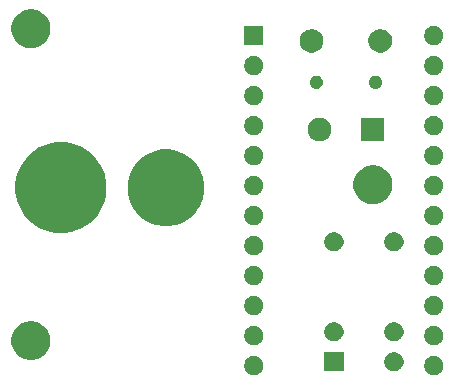
<source format=gbr>
G04 #@! TF.GenerationSoftware,KiCad,Pcbnew,5.0.1-33cea8e~66~ubuntu18.04.1*
G04 #@! TF.CreationDate,2018-10-18T18:40:30+09:00*
G04 #@! TF.ProjectId,touch_relay_jack,746F7563685F72656C61795F6A61636B,rev?*
G04 #@! TF.SameCoordinates,Original*
G04 #@! TF.FileFunction,Soldermask,Bot*
G04 #@! TF.FilePolarity,Negative*
%FSLAX46Y46*%
G04 Gerber Fmt 4.6, Leading zero omitted, Abs format (unit mm)*
G04 Created by KiCad (PCBNEW 5.0.1-33cea8e~66~ubuntu18.04.1) date 2018年10月18日 18時40分30秒*
%MOMM*%
%LPD*%
G01*
G04 APERTURE LIST*
%ADD10C,0.100000*%
G04 APERTURE END LIST*
D10*
G36*
X120708142Y-115879242D02*
X120856102Y-115940530D01*
X120989258Y-116029502D01*
X121102498Y-116142742D01*
X121191470Y-116275898D01*
X121252758Y-116423858D01*
X121284000Y-116580925D01*
X121284000Y-116741075D01*
X121252758Y-116898142D01*
X121225686Y-116963498D01*
X121191471Y-117046100D01*
X121125389Y-117145000D01*
X121102498Y-117179258D01*
X120989258Y-117292498D01*
X120856102Y-117381470D01*
X120708142Y-117442758D01*
X120551075Y-117474000D01*
X120390925Y-117474000D01*
X120233858Y-117442758D01*
X120085898Y-117381470D01*
X119952742Y-117292498D01*
X119839502Y-117179258D01*
X119816612Y-117145000D01*
X119750529Y-117046100D01*
X119716314Y-116963498D01*
X119689242Y-116898142D01*
X119658000Y-116741075D01*
X119658000Y-116580925D01*
X119689242Y-116423858D01*
X119750530Y-116275898D01*
X119839502Y-116142742D01*
X119952742Y-116029502D01*
X120085898Y-115940530D01*
X120233858Y-115879242D01*
X120390925Y-115848000D01*
X120551075Y-115848000D01*
X120708142Y-115879242D01*
X120708142Y-115879242D01*
G37*
G36*
X105468142Y-115879242D02*
X105616102Y-115940530D01*
X105749258Y-116029502D01*
X105862498Y-116142742D01*
X105951470Y-116275898D01*
X106012758Y-116423858D01*
X106044000Y-116580925D01*
X106044000Y-116741075D01*
X106012758Y-116898142D01*
X105985686Y-116963498D01*
X105951471Y-117046100D01*
X105885389Y-117145000D01*
X105862498Y-117179258D01*
X105749258Y-117292498D01*
X105616102Y-117381470D01*
X105468142Y-117442758D01*
X105311075Y-117474000D01*
X105150925Y-117474000D01*
X104993858Y-117442758D01*
X104845898Y-117381470D01*
X104712742Y-117292498D01*
X104599502Y-117179258D01*
X104576612Y-117145000D01*
X104510529Y-117046100D01*
X104476314Y-116963498D01*
X104449242Y-116898142D01*
X104418000Y-116741075D01*
X104418000Y-116580925D01*
X104449242Y-116423858D01*
X104510530Y-116275898D01*
X104599502Y-116142742D01*
X104712742Y-116029502D01*
X104845898Y-115940530D01*
X104993858Y-115879242D01*
X105150925Y-115848000D01*
X105311075Y-115848000D01*
X105468142Y-115879242D01*
X105468142Y-115879242D01*
G37*
G36*
X117331142Y-115550242D02*
X117445583Y-115597646D01*
X117466841Y-115606451D01*
X117479102Y-115611530D01*
X117546130Y-115656317D01*
X117612257Y-115700501D01*
X117725499Y-115813743D01*
X117769264Y-115879242D01*
X117814470Y-115946898D01*
X117875758Y-116094858D01*
X117907000Y-116251925D01*
X117907000Y-116412075D01*
X117875758Y-116569142D01*
X117814470Y-116717102D01*
X117725498Y-116850258D01*
X117612258Y-116963498D01*
X117479102Y-117052470D01*
X117331142Y-117113758D01*
X117174075Y-117145000D01*
X117013925Y-117145000D01*
X116856858Y-117113758D01*
X116708898Y-117052470D01*
X116575742Y-116963498D01*
X116462502Y-116850258D01*
X116373530Y-116717102D01*
X116312242Y-116569142D01*
X116281000Y-116412075D01*
X116281000Y-116251925D01*
X116312242Y-116094858D01*
X116373530Y-115946898D01*
X116418736Y-115879242D01*
X116462501Y-115813743D01*
X116575743Y-115700501D01*
X116641870Y-115656317D01*
X116708898Y-115611530D01*
X116721160Y-115606451D01*
X116742417Y-115597646D01*
X116856858Y-115550242D01*
X117013925Y-115519000D01*
X117174075Y-115519000D01*
X117331142Y-115550242D01*
X117331142Y-115550242D01*
G37*
G36*
X112827000Y-117145000D02*
X111201000Y-117145000D01*
X111201000Y-115519000D01*
X112827000Y-115519000D01*
X112827000Y-117145000D01*
X112827000Y-117145000D01*
G37*
G36*
X86735256Y-112945298D02*
X86841579Y-112966447D01*
X87054037Y-113054450D01*
X87095272Y-113071530D01*
X87142042Y-113090903D01*
X87246202Y-113160501D01*
X87412454Y-113271587D01*
X87642413Y-113501546D01*
X87642415Y-113501549D01*
X87823097Y-113771958D01*
X87929627Y-114029143D01*
X87947553Y-114072422D01*
X88011000Y-114391389D01*
X88011000Y-114716611D01*
X87947553Y-115035578D01*
X87823098Y-115336040D01*
X87642413Y-115606454D01*
X87412454Y-115836413D01*
X87412451Y-115836415D01*
X87142042Y-116017097D01*
X86841579Y-116141553D01*
X86835601Y-116142742D01*
X86522611Y-116205000D01*
X86197389Y-116205000D01*
X85884399Y-116142742D01*
X85878421Y-116141553D01*
X85577958Y-116017097D01*
X85307549Y-115836415D01*
X85307546Y-115836413D01*
X85077587Y-115606454D01*
X84896902Y-115336040D01*
X84772447Y-115035578D01*
X84709000Y-114716611D01*
X84709000Y-114391389D01*
X84772447Y-114072422D01*
X84790374Y-114029143D01*
X84896903Y-113771958D01*
X85077585Y-113501549D01*
X85077587Y-113501546D01*
X85307546Y-113271587D01*
X85473798Y-113160501D01*
X85577958Y-113090903D01*
X85624729Y-113071530D01*
X85665963Y-113054450D01*
X85878421Y-112966447D01*
X85984744Y-112945298D01*
X86197389Y-112903000D01*
X86522611Y-112903000D01*
X86735256Y-112945298D01*
X86735256Y-112945298D01*
G37*
G36*
X120708142Y-113339242D02*
X120856102Y-113400530D01*
X120989258Y-113489502D01*
X121102498Y-113602742D01*
X121191470Y-113735898D01*
X121252758Y-113883858D01*
X121284000Y-114040925D01*
X121284000Y-114201075D01*
X121252758Y-114358142D01*
X121225686Y-114423498D01*
X121191471Y-114506100D01*
X121125389Y-114605000D01*
X121102498Y-114639258D01*
X120989258Y-114752498D01*
X120856102Y-114841470D01*
X120708142Y-114902758D01*
X120551075Y-114934000D01*
X120390925Y-114934000D01*
X120233858Y-114902758D01*
X120085898Y-114841470D01*
X119952742Y-114752498D01*
X119839502Y-114639258D01*
X119816612Y-114605000D01*
X119750529Y-114506100D01*
X119716314Y-114423498D01*
X119689242Y-114358142D01*
X119658000Y-114201075D01*
X119658000Y-114040925D01*
X119689242Y-113883858D01*
X119750530Y-113735898D01*
X119839502Y-113602742D01*
X119952742Y-113489502D01*
X120085898Y-113400530D01*
X120233858Y-113339242D01*
X120390925Y-113308000D01*
X120551075Y-113308000D01*
X120708142Y-113339242D01*
X120708142Y-113339242D01*
G37*
G36*
X105468142Y-113339242D02*
X105616102Y-113400530D01*
X105749258Y-113489502D01*
X105862498Y-113602742D01*
X105951470Y-113735898D01*
X106012758Y-113883858D01*
X106044000Y-114040925D01*
X106044000Y-114201075D01*
X106012758Y-114358142D01*
X105985686Y-114423498D01*
X105951471Y-114506100D01*
X105885389Y-114605000D01*
X105862498Y-114639258D01*
X105749258Y-114752498D01*
X105616102Y-114841470D01*
X105468142Y-114902758D01*
X105311075Y-114934000D01*
X105150925Y-114934000D01*
X104993858Y-114902758D01*
X104845898Y-114841470D01*
X104712742Y-114752498D01*
X104599502Y-114639258D01*
X104576612Y-114605000D01*
X104510529Y-114506100D01*
X104476314Y-114423498D01*
X104449242Y-114358142D01*
X104418000Y-114201075D01*
X104418000Y-114040925D01*
X104449242Y-113883858D01*
X104510530Y-113735898D01*
X104599502Y-113602742D01*
X104712742Y-113489502D01*
X104845898Y-113400530D01*
X104993858Y-113339242D01*
X105150925Y-113308000D01*
X105311075Y-113308000D01*
X105468142Y-113339242D01*
X105468142Y-113339242D01*
G37*
G36*
X117331142Y-113010242D02*
X117479102Y-113071530D01*
X117546130Y-113116317D01*
X117612257Y-113160501D01*
X117725499Y-113273743D01*
X117769264Y-113339242D01*
X117814470Y-113406898D01*
X117875758Y-113554858D01*
X117907000Y-113711925D01*
X117907000Y-113872075D01*
X117875758Y-114029142D01*
X117814470Y-114177102D01*
X117725498Y-114310258D01*
X117612258Y-114423498D01*
X117479102Y-114512470D01*
X117331142Y-114573758D01*
X117174075Y-114605000D01*
X117013925Y-114605000D01*
X116856858Y-114573758D01*
X116708898Y-114512470D01*
X116575742Y-114423498D01*
X116462502Y-114310258D01*
X116373530Y-114177102D01*
X116312242Y-114029142D01*
X116281000Y-113872075D01*
X116281000Y-113711925D01*
X116312242Y-113554858D01*
X116373530Y-113406898D01*
X116418736Y-113339242D01*
X116462501Y-113273743D01*
X116575743Y-113160501D01*
X116641870Y-113116317D01*
X116708898Y-113071530D01*
X116856858Y-113010242D01*
X117013925Y-112979000D01*
X117174075Y-112979000D01*
X117331142Y-113010242D01*
X117331142Y-113010242D01*
G37*
G36*
X112251142Y-113010242D02*
X112399102Y-113071530D01*
X112466130Y-113116317D01*
X112532257Y-113160501D01*
X112645499Y-113273743D01*
X112689264Y-113339242D01*
X112734470Y-113406898D01*
X112795758Y-113554858D01*
X112827000Y-113711925D01*
X112827000Y-113872075D01*
X112795758Y-114029142D01*
X112734470Y-114177102D01*
X112645498Y-114310258D01*
X112532258Y-114423498D01*
X112399102Y-114512470D01*
X112251142Y-114573758D01*
X112094075Y-114605000D01*
X111933925Y-114605000D01*
X111776858Y-114573758D01*
X111628898Y-114512470D01*
X111495742Y-114423498D01*
X111382502Y-114310258D01*
X111293530Y-114177102D01*
X111232242Y-114029142D01*
X111201000Y-113872075D01*
X111201000Y-113711925D01*
X111232242Y-113554858D01*
X111293530Y-113406898D01*
X111338736Y-113339242D01*
X111382501Y-113273743D01*
X111495743Y-113160501D01*
X111561870Y-113116317D01*
X111628898Y-113071530D01*
X111776858Y-113010242D01*
X111933925Y-112979000D01*
X112094075Y-112979000D01*
X112251142Y-113010242D01*
X112251142Y-113010242D01*
G37*
G36*
X105468142Y-110799242D02*
X105616102Y-110860530D01*
X105749258Y-110949502D01*
X105862498Y-111062742D01*
X105951470Y-111195898D01*
X106012758Y-111343858D01*
X106044000Y-111500925D01*
X106044000Y-111661075D01*
X106012758Y-111818142D01*
X105951470Y-111966102D01*
X105862498Y-112099258D01*
X105749258Y-112212498D01*
X105616102Y-112301470D01*
X105468142Y-112362758D01*
X105311075Y-112394000D01*
X105150925Y-112394000D01*
X104993858Y-112362758D01*
X104845898Y-112301470D01*
X104712742Y-112212498D01*
X104599502Y-112099258D01*
X104510530Y-111966102D01*
X104449242Y-111818142D01*
X104418000Y-111661075D01*
X104418000Y-111500925D01*
X104449242Y-111343858D01*
X104510530Y-111195898D01*
X104599502Y-111062742D01*
X104712742Y-110949502D01*
X104845898Y-110860530D01*
X104993858Y-110799242D01*
X105150925Y-110768000D01*
X105311075Y-110768000D01*
X105468142Y-110799242D01*
X105468142Y-110799242D01*
G37*
G36*
X120708142Y-110799242D02*
X120856102Y-110860530D01*
X120989258Y-110949502D01*
X121102498Y-111062742D01*
X121191470Y-111195898D01*
X121252758Y-111343858D01*
X121284000Y-111500925D01*
X121284000Y-111661075D01*
X121252758Y-111818142D01*
X121191470Y-111966102D01*
X121102498Y-112099258D01*
X120989258Y-112212498D01*
X120856102Y-112301470D01*
X120708142Y-112362758D01*
X120551075Y-112394000D01*
X120390925Y-112394000D01*
X120233858Y-112362758D01*
X120085898Y-112301470D01*
X119952742Y-112212498D01*
X119839502Y-112099258D01*
X119750530Y-111966102D01*
X119689242Y-111818142D01*
X119658000Y-111661075D01*
X119658000Y-111500925D01*
X119689242Y-111343858D01*
X119750530Y-111195898D01*
X119839502Y-111062742D01*
X119952742Y-110949502D01*
X120085898Y-110860530D01*
X120233858Y-110799242D01*
X120390925Y-110768000D01*
X120551075Y-110768000D01*
X120708142Y-110799242D01*
X120708142Y-110799242D01*
G37*
G36*
X105468142Y-108259242D02*
X105616102Y-108320530D01*
X105749258Y-108409502D01*
X105862498Y-108522742D01*
X105951470Y-108655898D01*
X106012758Y-108803858D01*
X106044000Y-108960925D01*
X106044000Y-109121075D01*
X106012758Y-109278142D01*
X105951470Y-109426102D01*
X105862498Y-109559258D01*
X105749258Y-109672498D01*
X105616102Y-109761470D01*
X105468142Y-109822758D01*
X105311075Y-109854000D01*
X105150925Y-109854000D01*
X104993858Y-109822758D01*
X104845898Y-109761470D01*
X104712742Y-109672498D01*
X104599502Y-109559258D01*
X104510530Y-109426102D01*
X104449242Y-109278142D01*
X104418000Y-109121075D01*
X104418000Y-108960925D01*
X104449242Y-108803858D01*
X104510530Y-108655898D01*
X104599502Y-108522742D01*
X104712742Y-108409502D01*
X104845898Y-108320530D01*
X104993858Y-108259242D01*
X105150925Y-108228000D01*
X105311075Y-108228000D01*
X105468142Y-108259242D01*
X105468142Y-108259242D01*
G37*
G36*
X120708142Y-108259242D02*
X120856102Y-108320530D01*
X120989258Y-108409502D01*
X121102498Y-108522742D01*
X121191470Y-108655898D01*
X121252758Y-108803858D01*
X121284000Y-108960925D01*
X121284000Y-109121075D01*
X121252758Y-109278142D01*
X121191470Y-109426102D01*
X121102498Y-109559258D01*
X120989258Y-109672498D01*
X120856102Y-109761470D01*
X120708142Y-109822758D01*
X120551075Y-109854000D01*
X120390925Y-109854000D01*
X120233858Y-109822758D01*
X120085898Y-109761470D01*
X119952742Y-109672498D01*
X119839502Y-109559258D01*
X119750530Y-109426102D01*
X119689242Y-109278142D01*
X119658000Y-109121075D01*
X119658000Y-108960925D01*
X119689242Y-108803858D01*
X119750530Y-108655898D01*
X119839502Y-108522742D01*
X119952742Y-108409502D01*
X120085898Y-108320530D01*
X120233858Y-108259242D01*
X120390925Y-108228000D01*
X120551075Y-108228000D01*
X120708142Y-108259242D01*
X120708142Y-108259242D01*
G37*
G36*
X105468142Y-105719242D02*
X105616102Y-105780530D01*
X105749258Y-105869502D01*
X105862498Y-105982742D01*
X105951470Y-106115898D01*
X106012758Y-106263858D01*
X106044000Y-106420925D01*
X106044000Y-106581075D01*
X106012758Y-106738142D01*
X105985686Y-106803498D01*
X105951471Y-106886100D01*
X105885389Y-106985000D01*
X105862498Y-107019258D01*
X105749258Y-107132498D01*
X105616102Y-107221470D01*
X105468142Y-107282758D01*
X105311075Y-107314000D01*
X105150925Y-107314000D01*
X104993858Y-107282758D01*
X104845898Y-107221470D01*
X104712742Y-107132498D01*
X104599502Y-107019258D01*
X104576612Y-106985000D01*
X104510529Y-106886100D01*
X104476314Y-106803498D01*
X104449242Y-106738142D01*
X104418000Y-106581075D01*
X104418000Y-106420925D01*
X104449242Y-106263858D01*
X104510530Y-106115898D01*
X104599502Y-105982742D01*
X104712742Y-105869502D01*
X104845898Y-105780530D01*
X104993858Y-105719242D01*
X105150925Y-105688000D01*
X105311075Y-105688000D01*
X105468142Y-105719242D01*
X105468142Y-105719242D01*
G37*
G36*
X120708142Y-105719242D02*
X120856102Y-105780530D01*
X120989258Y-105869502D01*
X121102498Y-105982742D01*
X121191470Y-106115898D01*
X121252758Y-106263858D01*
X121284000Y-106420925D01*
X121284000Y-106581075D01*
X121252758Y-106738142D01*
X121225686Y-106803498D01*
X121191471Y-106886100D01*
X121125389Y-106985000D01*
X121102498Y-107019258D01*
X120989258Y-107132498D01*
X120856102Y-107221470D01*
X120708142Y-107282758D01*
X120551075Y-107314000D01*
X120390925Y-107314000D01*
X120233858Y-107282758D01*
X120085898Y-107221470D01*
X119952742Y-107132498D01*
X119839502Y-107019258D01*
X119816612Y-106985000D01*
X119750529Y-106886100D01*
X119716314Y-106803498D01*
X119689242Y-106738142D01*
X119658000Y-106581075D01*
X119658000Y-106420925D01*
X119689242Y-106263858D01*
X119750530Y-106115898D01*
X119839502Y-105982742D01*
X119952742Y-105869502D01*
X120085898Y-105780530D01*
X120233858Y-105719242D01*
X120390925Y-105688000D01*
X120551075Y-105688000D01*
X120708142Y-105719242D01*
X120708142Y-105719242D01*
G37*
G36*
X112251142Y-105390242D02*
X112365583Y-105437646D01*
X112397823Y-105451000D01*
X112399102Y-105451530D01*
X112466130Y-105496317D01*
X112532257Y-105540501D01*
X112645499Y-105653743D01*
X112689264Y-105719242D01*
X112734470Y-105786898D01*
X112795758Y-105934858D01*
X112827000Y-106091925D01*
X112827000Y-106252075D01*
X112795758Y-106409142D01*
X112734470Y-106557102D01*
X112645498Y-106690258D01*
X112532258Y-106803498D01*
X112399102Y-106892470D01*
X112251142Y-106953758D01*
X112094075Y-106985000D01*
X111933925Y-106985000D01*
X111776858Y-106953758D01*
X111628898Y-106892470D01*
X111495742Y-106803498D01*
X111382502Y-106690258D01*
X111293530Y-106557102D01*
X111232242Y-106409142D01*
X111201000Y-106252075D01*
X111201000Y-106091925D01*
X111232242Y-105934858D01*
X111293530Y-105786898D01*
X111338736Y-105719242D01*
X111382501Y-105653743D01*
X111495743Y-105540501D01*
X111561870Y-105496317D01*
X111628898Y-105451530D01*
X111630178Y-105451000D01*
X111662417Y-105437646D01*
X111776858Y-105390242D01*
X111933925Y-105359000D01*
X112094075Y-105359000D01*
X112251142Y-105390242D01*
X112251142Y-105390242D01*
G37*
G36*
X117331142Y-105390242D02*
X117445583Y-105437646D01*
X117477823Y-105451000D01*
X117479102Y-105451530D01*
X117546130Y-105496317D01*
X117612257Y-105540501D01*
X117725499Y-105653743D01*
X117769264Y-105719242D01*
X117814470Y-105786898D01*
X117875758Y-105934858D01*
X117907000Y-106091925D01*
X117907000Y-106252075D01*
X117875758Y-106409142D01*
X117814470Y-106557102D01*
X117725498Y-106690258D01*
X117612258Y-106803498D01*
X117479102Y-106892470D01*
X117331142Y-106953758D01*
X117174075Y-106985000D01*
X117013925Y-106985000D01*
X116856858Y-106953758D01*
X116708898Y-106892470D01*
X116575742Y-106803498D01*
X116462502Y-106690258D01*
X116373530Y-106557102D01*
X116312242Y-106409142D01*
X116281000Y-106252075D01*
X116281000Y-106091925D01*
X116312242Y-105934858D01*
X116373530Y-105786898D01*
X116418736Y-105719242D01*
X116462501Y-105653743D01*
X116575743Y-105540501D01*
X116641870Y-105496317D01*
X116708898Y-105451530D01*
X116710178Y-105451000D01*
X116742417Y-105437646D01*
X116856858Y-105390242D01*
X117013925Y-105359000D01*
X117174075Y-105359000D01*
X117331142Y-105390242D01*
X117331142Y-105390242D01*
G37*
G36*
X89775293Y-97847661D02*
X90023295Y-97896992D01*
X90724132Y-98187288D01*
X91153128Y-98473934D01*
X91354872Y-98608735D01*
X91891265Y-99145128D01*
X91891267Y-99145131D01*
X92312712Y-99775868D01*
X92430434Y-100060075D01*
X92603008Y-100476706D01*
X92751000Y-101220708D01*
X92751000Y-101979292D01*
X92700335Y-102234000D01*
X92603008Y-102723295D01*
X92312712Y-103424132D01*
X92007492Y-103880926D01*
X91891265Y-104054872D01*
X91354872Y-104591265D01*
X91354869Y-104591267D01*
X90724132Y-105012712D01*
X90023295Y-105303008D01*
X89775293Y-105352339D01*
X89279292Y-105451000D01*
X88520708Y-105451000D01*
X88024707Y-105352339D01*
X87776705Y-105303008D01*
X87075868Y-105012712D01*
X86445131Y-104591267D01*
X86445128Y-104591265D01*
X85908735Y-104054872D01*
X85792508Y-103880926D01*
X85487288Y-103424132D01*
X85196992Y-102723295D01*
X85099665Y-102234000D01*
X85049000Y-101979292D01*
X85049000Y-101220708D01*
X85196992Y-100476706D01*
X85369566Y-100060075D01*
X85487288Y-99775868D01*
X85908733Y-99145131D01*
X85908735Y-99145128D01*
X86445128Y-98608735D01*
X86646872Y-98473934D01*
X87075868Y-98187288D01*
X87776705Y-97896992D01*
X88024707Y-97847661D01*
X88520708Y-97749000D01*
X89279292Y-97749000D01*
X89775293Y-97847661D01*
X89775293Y-97847661D01*
G37*
G36*
X98424239Y-98411467D02*
X98738282Y-98473934D01*
X99329926Y-98719001D01*
X99858802Y-99072385D01*
X99862395Y-99074786D01*
X100315214Y-99527605D01*
X100315216Y-99527608D01*
X100670999Y-100060074D01*
X100916066Y-100651718D01*
X100916066Y-100651719D01*
X101041000Y-101279803D01*
X101041000Y-101920197D01*
X101029245Y-101979292D01*
X100916066Y-102548282D01*
X100670999Y-103139926D01*
X100544328Y-103329502D01*
X100315214Y-103672395D01*
X99862395Y-104125214D01*
X99862392Y-104125216D01*
X99329926Y-104480999D01*
X98738282Y-104726066D01*
X98497301Y-104774000D01*
X98110197Y-104851000D01*
X97469803Y-104851000D01*
X97082699Y-104774000D01*
X96841718Y-104726066D01*
X96250074Y-104480999D01*
X95717608Y-104125216D01*
X95717605Y-104125214D01*
X95264786Y-103672395D01*
X95035672Y-103329502D01*
X94909001Y-103139926D01*
X94663934Y-102548282D01*
X94550755Y-101979292D01*
X94539000Y-101920197D01*
X94539000Y-101279803D01*
X94663934Y-100651719D01*
X94663934Y-100651718D01*
X94909001Y-100060074D01*
X95264784Y-99527608D01*
X95264786Y-99527605D01*
X95717605Y-99074786D01*
X95721198Y-99072385D01*
X96250074Y-98719001D01*
X96841718Y-98473934D01*
X97155761Y-98411467D01*
X97469803Y-98349000D01*
X98110197Y-98349000D01*
X98424239Y-98411467D01*
X98424239Y-98411467D01*
G37*
G36*
X105468142Y-103179242D02*
X105616102Y-103240530D01*
X105749258Y-103329502D01*
X105862498Y-103442742D01*
X105951470Y-103575898D01*
X106012758Y-103723858D01*
X106044000Y-103880925D01*
X106044000Y-104041075D01*
X106012758Y-104198142D01*
X105951470Y-104346102D01*
X105862498Y-104479258D01*
X105749258Y-104592498D01*
X105616102Y-104681470D01*
X105468142Y-104742758D01*
X105311075Y-104774000D01*
X105150925Y-104774000D01*
X104993858Y-104742758D01*
X104845898Y-104681470D01*
X104712742Y-104592498D01*
X104599502Y-104479258D01*
X104510530Y-104346102D01*
X104449242Y-104198142D01*
X104418000Y-104041075D01*
X104418000Y-103880925D01*
X104449242Y-103723858D01*
X104510530Y-103575898D01*
X104599502Y-103442742D01*
X104712742Y-103329502D01*
X104845898Y-103240530D01*
X104993858Y-103179242D01*
X105150925Y-103148000D01*
X105311075Y-103148000D01*
X105468142Y-103179242D01*
X105468142Y-103179242D01*
G37*
G36*
X120708142Y-103179242D02*
X120856102Y-103240530D01*
X120989258Y-103329502D01*
X121102498Y-103442742D01*
X121191470Y-103575898D01*
X121252758Y-103723858D01*
X121284000Y-103880925D01*
X121284000Y-104041075D01*
X121252758Y-104198142D01*
X121191470Y-104346102D01*
X121102498Y-104479258D01*
X120989258Y-104592498D01*
X120856102Y-104681470D01*
X120708142Y-104742758D01*
X120551075Y-104774000D01*
X120390925Y-104774000D01*
X120233858Y-104742758D01*
X120085898Y-104681470D01*
X119952742Y-104592498D01*
X119839502Y-104479258D01*
X119750530Y-104346102D01*
X119689242Y-104198142D01*
X119658000Y-104041075D01*
X119658000Y-103880925D01*
X119689242Y-103723858D01*
X119750530Y-103575898D01*
X119839502Y-103442742D01*
X119952742Y-103329502D01*
X120085898Y-103240530D01*
X120233858Y-103179242D01*
X120390925Y-103148000D01*
X120551075Y-103148000D01*
X120708142Y-103179242D01*
X120708142Y-103179242D01*
G37*
G36*
X115691256Y-99737298D02*
X115797579Y-99758447D01*
X116098042Y-99882903D01*
X116363196Y-100060074D01*
X116368454Y-100063587D01*
X116598413Y-100293546D01*
X116598415Y-100293549D01*
X116779097Y-100563958D01*
X116903553Y-100864421D01*
X116967000Y-101183391D01*
X116967000Y-101508609D01*
X116903553Y-101827579D01*
X116779097Y-102128042D01*
X116770124Y-102141471D01*
X116598413Y-102398454D01*
X116368454Y-102628413D01*
X116368451Y-102628415D01*
X116098042Y-102809097D01*
X115797579Y-102933553D01*
X115691256Y-102954702D01*
X115478611Y-102997000D01*
X115153389Y-102997000D01*
X114940744Y-102954702D01*
X114834421Y-102933553D01*
X114533958Y-102809097D01*
X114263549Y-102628415D01*
X114263546Y-102628413D01*
X114033587Y-102398454D01*
X113861876Y-102141471D01*
X113852903Y-102128042D01*
X113728447Y-101827579D01*
X113665000Y-101508609D01*
X113665000Y-101183391D01*
X113728447Y-100864421D01*
X113852903Y-100563958D01*
X114033585Y-100293549D01*
X114033587Y-100293546D01*
X114263546Y-100063587D01*
X114268804Y-100060074D01*
X114533958Y-99882903D01*
X114834421Y-99758447D01*
X114940744Y-99737298D01*
X115153389Y-99695000D01*
X115478611Y-99695000D01*
X115691256Y-99737298D01*
X115691256Y-99737298D01*
G37*
G36*
X120708142Y-100639242D02*
X120856102Y-100700530D01*
X120989258Y-100789502D01*
X121102498Y-100902742D01*
X121191470Y-101035898D01*
X121252758Y-101183858D01*
X121284000Y-101340925D01*
X121284000Y-101501075D01*
X121252758Y-101658142D01*
X121191470Y-101806102D01*
X121102498Y-101939258D01*
X120989258Y-102052498D01*
X120856102Y-102141470D01*
X120708142Y-102202758D01*
X120551075Y-102234000D01*
X120390925Y-102234000D01*
X120233858Y-102202758D01*
X120085898Y-102141470D01*
X119952742Y-102052498D01*
X119839502Y-101939258D01*
X119750530Y-101806102D01*
X119689242Y-101658142D01*
X119658000Y-101501075D01*
X119658000Y-101340925D01*
X119689242Y-101183858D01*
X119750530Y-101035898D01*
X119839502Y-100902742D01*
X119952742Y-100789502D01*
X120085898Y-100700530D01*
X120233858Y-100639242D01*
X120390925Y-100608000D01*
X120551075Y-100608000D01*
X120708142Y-100639242D01*
X120708142Y-100639242D01*
G37*
G36*
X105468142Y-100639242D02*
X105616102Y-100700530D01*
X105749258Y-100789502D01*
X105862498Y-100902742D01*
X105951470Y-101035898D01*
X106012758Y-101183858D01*
X106044000Y-101340925D01*
X106044000Y-101501075D01*
X106012758Y-101658142D01*
X105951470Y-101806102D01*
X105862498Y-101939258D01*
X105749258Y-102052498D01*
X105616102Y-102141470D01*
X105468142Y-102202758D01*
X105311075Y-102234000D01*
X105150925Y-102234000D01*
X104993858Y-102202758D01*
X104845898Y-102141470D01*
X104712742Y-102052498D01*
X104599502Y-101939258D01*
X104510530Y-101806102D01*
X104449242Y-101658142D01*
X104418000Y-101501075D01*
X104418000Y-101340925D01*
X104449242Y-101183858D01*
X104510530Y-101035898D01*
X104599502Y-100902742D01*
X104712742Y-100789502D01*
X104845898Y-100700530D01*
X104993858Y-100639242D01*
X105150925Y-100608000D01*
X105311075Y-100608000D01*
X105468142Y-100639242D01*
X105468142Y-100639242D01*
G37*
G36*
X120708142Y-98099242D02*
X120856102Y-98160530D01*
X120989258Y-98249502D01*
X121102498Y-98362742D01*
X121191470Y-98495898D01*
X121252758Y-98643858D01*
X121284000Y-98800925D01*
X121284000Y-98961075D01*
X121252758Y-99118142D01*
X121205354Y-99232583D01*
X121191471Y-99266100D01*
X121102499Y-99399257D01*
X120989257Y-99512499D01*
X120923130Y-99556683D01*
X120856102Y-99601470D01*
X120708142Y-99662758D01*
X120551075Y-99694000D01*
X120390925Y-99694000D01*
X120233858Y-99662758D01*
X120085898Y-99601470D01*
X120018870Y-99556683D01*
X119952743Y-99512499D01*
X119839501Y-99399257D01*
X119750529Y-99266100D01*
X119736646Y-99232583D01*
X119689242Y-99118142D01*
X119658000Y-98961075D01*
X119658000Y-98800925D01*
X119689242Y-98643858D01*
X119750530Y-98495898D01*
X119839502Y-98362742D01*
X119952742Y-98249502D01*
X120085898Y-98160530D01*
X120233858Y-98099242D01*
X120390925Y-98068000D01*
X120551075Y-98068000D01*
X120708142Y-98099242D01*
X120708142Y-98099242D01*
G37*
G36*
X105468142Y-98099242D02*
X105616102Y-98160530D01*
X105749258Y-98249502D01*
X105862498Y-98362742D01*
X105951470Y-98495898D01*
X106012758Y-98643858D01*
X106044000Y-98800925D01*
X106044000Y-98961075D01*
X106012758Y-99118142D01*
X105965354Y-99232583D01*
X105951471Y-99266100D01*
X105862499Y-99399257D01*
X105749257Y-99512499D01*
X105683130Y-99556683D01*
X105616102Y-99601470D01*
X105468142Y-99662758D01*
X105311075Y-99694000D01*
X105150925Y-99694000D01*
X104993858Y-99662758D01*
X104845898Y-99601470D01*
X104778870Y-99556683D01*
X104712743Y-99512499D01*
X104599501Y-99399257D01*
X104510529Y-99266100D01*
X104496646Y-99232583D01*
X104449242Y-99118142D01*
X104418000Y-98961075D01*
X104418000Y-98800925D01*
X104449242Y-98643858D01*
X104510530Y-98495898D01*
X104599502Y-98362742D01*
X104712742Y-98249502D01*
X104845898Y-98160530D01*
X104993858Y-98099242D01*
X105150925Y-98068000D01*
X105311075Y-98068000D01*
X105468142Y-98099242D01*
X105468142Y-98099242D01*
G37*
G36*
X111071981Y-95707468D02*
X111254150Y-95782925D01*
X111418103Y-95892475D01*
X111557525Y-96031897D01*
X111667075Y-96195850D01*
X111742532Y-96378019D01*
X111781000Y-96571410D01*
X111781000Y-96768590D01*
X111742532Y-96961981D01*
X111667075Y-97144150D01*
X111557525Y-97308103D01*
X111418103Y-97447525D01*
X111254150Y-97557075D01*
X111071981Y-97632532D01*
X110878590Y-97671000D01*
X110681410Y-97671000D01*
X110488019Y-97632532D01*
X110305850Y-97557075D01*
X110141897Y-97447525D01*
X110002475Y-97308103D01*
X109892925Y-97144150D01*
X109817468Y-96961981D01*
X109779000Y-96768590D01*
X109779000Y-96571410D01*
X109817468Y-96378019D01*
X109892925Y-96195850D01*
X110002475Y-96031897D01*
X110141897Y-95892475D01*
X110305850Y-95782925D01*
X110488019Y-95707468D01*
X110681410Y-95669000D01*
X110878590Y-95669000D01*
X111071981Y-95707468D01*
X111071981Y-95707468D01*
G37*
G36*
X116281000Y-97671000D02*
X114279000Y-97671000D01*
X114279000Y-95669000D01*
X116281000Y-95669000D01*
X116281000Y-97671000D01*
X116281000Y-97671000D01*
G37*
G36*
X105468142Y-95559242D02*
X105616102Y-95620530D01*
X105683130Y-95665317D01*
X105688643Y-95669000D01*
X105749258Y-95709502D01*
X105862498Y-95822742D01*
X105951470Y-95955898D01*
X106012758Y-96103858D01*
X106044000Y-96260925D01*
X106044000Y-96421075D01*
X106012758Y-96578142D01*
X105951470Y-96726102D01*
X105862498Y-96859258D01*
X105749258Y-96972498D01*
X105616102Y-97061470D01*
X105468142Y-97122758D01*
X105311075Y-97154000D01*
X105150925Y-97154000D01*
X104993858Y-97122758D01*
X104845898Y-97061470D01*
X104712742Y-96972498D01*
X104599502Y-96859258D01*
X104510530Y-96726102D01*
X104449242Y-96578142D01*
X104418000Y-96421075D01*
X104418000Y-96260925D01*
X104449242Y-96103858D01*
X104510530Y-95955898D01*
X104599502Y-95822742D01*
X104712742Y-95709502D01*
X104773358Y-95669000D01*
X104778870Y-95665317D01*
X104845898Y-95620530D01*
X104993858Y-95559242D01*
X105150925Y-95528000D01*
X105311075Y-95528000D01*
X105468142Y-95559242D01*
X105468142Y-95559242D01*
G37*
G36*
X120708142Y-95559242D02*
X120856102Y-95620530D01*
X120923130Y-95665317D01*
X120928643Y-95669000D01*
X120989258Y-95709502D01*
X121102498Y-95822742D01*
X121191470Y-95955898D01*
X121252758Y-96103858D01*
X121284000Y-96260925D01*
X121284000Y-96421075D01*
X121252758Y-96578142D01*
X121191470Y-96726102D01*
X121102498Y-96859258D01*
X120989258Y-96972498D01*
X120856102Y-97061470D01*
X120708142Y-97122758D01*
X120551075Y-97154000D01*
X120390925Y-97154000D01*
X120233858Y-97122758D01*
X120085898Y-97061470D01*
X119952742Y-96972498D01*
X119839502Y-96859258D01*
X119750530Y-96726102D01*
X119689242Y-96578142D01*
X119658000Y-96421075D01*
X119658000Y-96260925D01*
X119689242Y-96103858D01*
X119750530Y-95955898D01*
X119839502Y-95822742D01*
X119952742Y-95709502D01*
X120013358Y-95669000D01*
X120018870Y-95665317D01*
X120085898Y-95620530D01*
X120233858Y-95559242D01*
X120390925Y-95528000D01*
X120551075Y-95528000D01*
X120708142Y-95559242D01*
X120708142Y-95559242D01*
G37*
G36*
X105468142Y-93019242D02*
X105616102Y-93080530D01*
X105749258Y-93169502D01*
X105862498Y-93282742D01*
X105951470Y-93415898D01*
X106012758Y-93563858D01*
X106044000Y-93720925D01*
X106044000Y-93881075D01*
X106012758Y-94038142D01*
X105951470Y-94186102D01*
X105862498Y-94319258D01*
X105749258Y-94432498D01*
X105616102Y-94521470D01*
X105468142Y-94582758D01*
X105311075Y-94614000D01*
X105150925Y-94614000D01*
X104993858Y-94582758D01*
X104845898Y-94521470D01*
X104712742Y-94432498D01*
X104599502Y-94319258D01*
X104510530Y-94186102D01*
X104449242Y-94038142D01*
X104418000Y-93881075D01*
X104418000Y-93720925D01*
X104449242Y-93563858D01*
X104510530Y-93415898D01*
X104599502Y-93282742D01*
X104712742Y-93169502D01*
X104845898Y-93080530D01*
X104993858Y-93019242D01*
X105150925Y-92988000D01*
X105311075Y-92988000D01*
X105468142Y-93019242D01*
X105468142Y-93019242D01*
G37*
G36*
X120708142Y-93019242D02*
X120856102Y-93080530D01*
X120989258Y-93169502D01*
X121102498Y-93282742D01*
X121191470Y-93415898D01*
X121252758Y-93563858D01*
X121284000Y-93720925D01*
X121284000Y-93881075D01*
X121252758Y-94038142D01*
X121191470Y-94186102D01*
X121102498Y-94319258D01*
X120989258Y-94432498D01*
X120856102Y-94521470D01*
X120708142Y-94582758D01*
X120551075Y-94614000D01*
X120390925Y-94614000D01*
X120233858Y-94582758D01*
X120085898Y-94521470D01*
X119952742Y-94432498D01*
X119839502Y-94319258D01*
X119750530Y-94186102D01*
X119689242Y-94038142D01*
X119658000Y-93881075D01*
X119658000Y-93720925D01*
X119689242Y-93563858D01*
X119750530Y-93415898D01*
X119839502Y-93282742D01*
X119952742Y-93169502D01*
X120085898Y-93080530D01*
X120233858Y-93019242D01*
X120390925Y-92988000D01*
X120551075Y-92988000D01*
X120708142Y-93019242D01*
X120708142Y-93019242D01*
G37*
G36*
X110690721Y-92140174D02*
X110790995Y-92181709D01*
X110881245Y-92242012D01*
X110957988Y-92318755D01*
X111018291Y-92409005D01*
X111059826Y-92509279D01*
X111081000Y-92615730D01*
X111081000Y-92724270D01*
X111059826Y-92830721D01*
X111018291Y-92930995D01*
X110957988Y-93021245D01*
X110881245Y-93097988D01*
X110790995Y-93158291D01*
X110690721Y-93199826D01*
X110584270Y-93221000D01*
X110475730Y-93221000D01*
X110369279Y-93199826D01*
X110269005Y-93158291D01*
X110178755Y-93097988D01*
X110102012Y-93021245D01*
X110041709Y-92930995D01*
X110000174Y-92830721D01*
X109979000Y-92724270D01*
X109979000Y-92615730D01*
X110000174Y-92509279D01*
X110041709Y-92409005D01*
X110102012Y-92318755D01*
X110178755Y-92242012D01*
X110269005Y-92181709D01*
X110369279Y-92140174D01*
X110475730Y-92119000D01*
X110584270Y-92119000D01*
X110690721Y-92140174D01*
X110690721Y-92140174D01*
G37*
G36*
X115690721Y-92140174D02*
X115790995Y-92181709D01*
X115881245Y-92242012D01*
X115957988Y-92318755D01*
X116018291Y-92409005D01*
X116059826Y-92509279D01*
X116081000Y-92615730D01*
X116081000Y-92724270D01*
X116059826Y-92830721D01*
X116018291Y-92930995D01*
X115957988Y-93021245D01*
X115881245Y-93097988D01*
X115790995Y-93158291D01*
X115690721Y-93199826D01*
X115584270Y-93221000D01*
X115475730Y-93221000D01*
X115369279Y-93199826D01*
X115269005Y-93158291D01*
X115178755Y-93097988D01*
X115102012Y-93021245D01*
X115041709Y-92930995D01*
X115000174Y-92830721D01*
X114979000Y-92724270D01*
X114979000Y-92615730D01*
X115000174Y-92509279D01*
X115041709Y-92409005D01*
X115102012Y-92318755D01*
X115178755Y-92242012D01*
X115269005Y-92181709D01*
X115369279Y-92140174D01*
X115475730Y-92119000D01*
X115584270Y-92119000D01*
X115690721Y-92140174D01*
X115690721Y-92140174D01*
G37*
G36*
X120708142Y-90479242D02*
X120856102Y-90540530D01*
X120989258Y-90629502D01*
X121102498Y-90742742D01*
X121191470Y-90875898D01*
X121252758Y-91023858D01*
X121284000Y-91180925D01*
X121284000Y-91341075D01*
X121252758Y-91498142D01*
X121191470Y-91646102D01*
X121102498Y-91779258D01*
X120989258Y-91892498D01*
X120856102Y-91981470D01*
X120708142Y-92042758D01*
X120551075Y-92074000D01*
X120390925Y-92074000D01*
X120233858Y-92042758D01*
X120085898Y-91981470D01*
X119952742Y-91892498D01*
X119839502Y-91779258D01*
X119750530Y-91646102D01*
X119689242Y-91498142D01*
X119658000Y-91341075D01*
X119658000Y-91180925D01*
X119689242Y-91023858D01*
X119750530Y-90875898D01*
X119839502Y-90742742D01*
X119952742Y-90629502D01*
X120085898Y-90540530D01*
X120233858Y-90479242D01*
X120390925Y-90448000D01*
X120551075Y-90448000D01*
X120708142Y-90479242D01*
X120708142Y-90479242D01*
G37*
G36*
X105468142Y-90479242D02*
X105616102Y-90540530D01*
X105749258Y-90629502D01*
X105862498Y-90742742D01*
X105951470Y-90875898D01*
X106012758Y-91023858D01*
X106044000Y-91180925D01*
X106044000Y-91341075D01*
X106012758Y-91498142D01*
X105951470Y-91646102D01*
X105862498Y-91779258D01*
X105749258Y-91892498D01*
X105616102Y-91981470D01*
X105468142Y-92042758D01*
X105311075Y-92074000D01*
X105150925Y-92074000D01*
X104993858Y-92042758D01*
X104845898Y-91981470D01*
X104712742Y-91892498D01*
X104599502Y-91779258D01*
X104510530Y-91646102D01*
X104449242Y-91498142D01*
X104418000Y-91341075D01*
X104418000Y-91180925D01*
X104449242Y-91023858D01*
X104510530Y-90875898D01*
X104599502Y-90742742D01*
X104712742Y-90629502D01*
X104845898Y-90540530D01*
X104993858Y-90479242D01*
X105150925Y-90448000D01*
X105311075Y-90448000D01*
X105468142Y-90479242D01*
X105468142Y-90479242D01*
G37*
G36*
X116221981Y-88207468D02*
X116404150Y-88282925D01*
X116568103Y-88392475D01*
X116707525Y-88531897D01*
X116817075Y-88695850D01*
X116892532Y-88878019D01*
X116931000Y-89071410D01*
X116931000Y-89268590D01*
X116892532Y-89461981D01*
X116817075Y-89644150D01*
X116707525Y-89808103D01*
X116568103Y-89947525D01*
X116404150Y-90057075D01*
X116221981Y-90132532D01*
X116028590Y-90171000D01*
X115831410Y-90171000D01*
X115638019Y-90132532D01*
X115455850Y-90057075D01*
X115291897Y-89947525D01*
X115152475Y-89808103D01*
X115042925Y-89644150D01*
X114967468Y-89461981D01*
X114929000Y-89268590D01*
X114929000Y-89071410D01*
X114967468Y-88878019D01*
X115042925Y-88695850D01*
X115152475Y-88531897D01*
X115291897Y-88392475D01*
X115455850Y-88282925D01*
X115638019Y-88207468D01*
X115831410Y-88169000D01*
X116028590Y-88169000D01*
X116221981Y-88207468D01*
X116221981Y-88207468D01*
G37*
G36*
X110421981Y-88207468D02*
X110604150Y-88282925D01*
X110768103Y-88392475D01*
X110907525Y-88531897D01*
X111017075Y-88695850D01*
X111092532Y-88878019D01*
X111131000Y-89071410D01*
X111131000Y-89268590D01*
X111092532Y-89461981D01*
X111017075Y-89644150D01*
X110907525Y-89808103D01*
X110768103Y-89947525D01*
X110604150Y-90057075D01*
X110421981Y-90132532D01*
X110228590Y-90171000D01*
X110031410Y-90171000D01*
X109838019Y-90132532D01*
X109655850Y-90057075D01*
X109491897Y-89947525D01*
X109352475Y-89808103D01*
X109242925Y-89644150D01*
X109167468Y-89461981D01*
X109129000Y-89268590D01*
X109129000Y-89071410D01*
X109167468Y-88878019D01*
X109242925Y-88695850D01*
X109352475Y-88531897D01*
X109491897Y-88392475D01*
X109655850Y-88282925D01*
X109838019Y-88207468D01*
X110031410Y-88169000D01*
X110228590Y-88169000D01*
X110421981Y-88207468D01*
X110421981Y-88207468D01*
G37*
G36*
X86735256Y-86529298D02*
X86841579Y-86550447D01*
X87142042Y-86674903D01*
X87408852Y-86853180D01*
X87412454Y-86855587D01*
X87642413Y-87085546D01*
X87823098Y-87355960D01*
X87947553Y-87656422D01*
X88011000Y-87975389D01*
X88011000Y-88300611D01*
X87992727Y-88392473D01*
X87947553Y-88619579D01*
X87823097Y-88920042D01*
X87721956Y-89071410D01*
X87642413Y-89190454D01*
X87412454Y-89420413D01*
X87412451Y-89420415D01*
X87142042Y-89601097D01*
X86841579Y-89725553D01*
X86735256Y-89746702D01*
X86522611Y-89789000D01*
X86197389Y-89789000D01*
X85984744Y-89746702D01*
X85878421Y-89725553D01*
X85577958Y-89601097D01*
X85307549Y-89420415D01*
X85307546Y-89420413D01*
X85077587Y-89190454D01*
X84998044Y-89071410D01*
X84896903Y-88920042D01*
X84772447Y-88619579D01*
X84727273Y-88392473D01*
X84709000Y-88300611D01*
X84709000Y-87975389D01*
X84772447Y-87656422D01*
X84896902Y-87355960D01*
X85077587Y-87085546D01*
X85307546Y-86855587D01*
X85311148Y-86853180D01*
X85577958Y-86674903D01*
X85878421Y-86550447D01*
X85984744Y-86529298D01*
X86197389Y-86487000D01*
X86522611Y-86487000D01*
X86735256Y-86529298D01*
X86735256Y-86529298D01*
G37*
G36*
X106044000Y-89534000D02*
X104418000Y-89534000D01*
X104418000Y-87908000D01*
X106044000Y-87908000D01*
X106044000Y-89534000D01*
X106044000Y-89534000D01*
G37*
G36*
X120708142Y-87939242D02*
X120856102Y-88000530D01*
X120989258Y-88089502D01*
X121102498Y-88202742D01*
X121191470Y-88335898D01*
X121252758Y-88483858D01*
X121284000Y-88640925D01*
X121284000Y-88801075D01*
X121252758Y-88958142D01*
X121191470Y-89106102D01*
X121102498Y-89239258D01*
X120989258Y-89352498D01*
X120856102Y-89441470D01*
X120708142Y-89502758D01*
X120551075Y-89534000D01*
X120390925Y-89534000D01*
X120233858Y-89502758D01*
X120085898Y-89441470D01*
X119952742Y-89352498D01*
X119839502Y-89239258D01*
X119750530Y-89106102D01*
X119689242Y-88958142D01*
X119658000Y-88801075D01*
X119658000Y-88640925D01*
X119689242Y-88483858D01*
X119750530Y-88335898D01*
X119839502Y-88202742D01*
X119952742Y-88089502D01*
X120085898Y-88000530D01*
X120233858Y-87939242D01*
X120390925Y-87908000D01*
X120551075Y-87908000D01*
X120708142Y-87939242D01*
X120708142Y-87939242D01*
G37*
M02*

</source>
